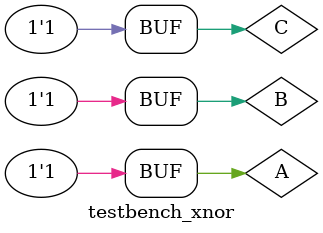
<source format=sv>
`timescale 1ns/1ns
module testbench_xnor;


reg A,B,C;
wire Y;

xnor1 dut(Y, A, B, C);

initial
begin

	A = 1'b1;
	B = 1'b0;
	C = 1'b0;
	#10

	A = 1'b1;
	B = 1'b0;
	C = 1'b1;
	#10

	A = 1'b1;
	B = 1'b1;
	C = 1'b0;
	#10

	A = 1'b1;
	B = 1'b1;
	C = 1'b1;

end
endmodule
	

</source>
